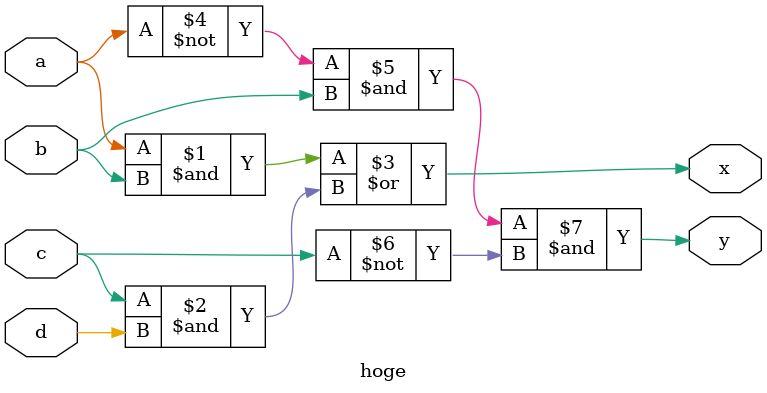
<source format=v>
module hoge(a, b, c, d, x, y);
  input  a, b, c, d;
  output x, y;
  assign x = (a & b) | (c & d);
  assign y = ~a & b & ~c;
endmodule

</source>
